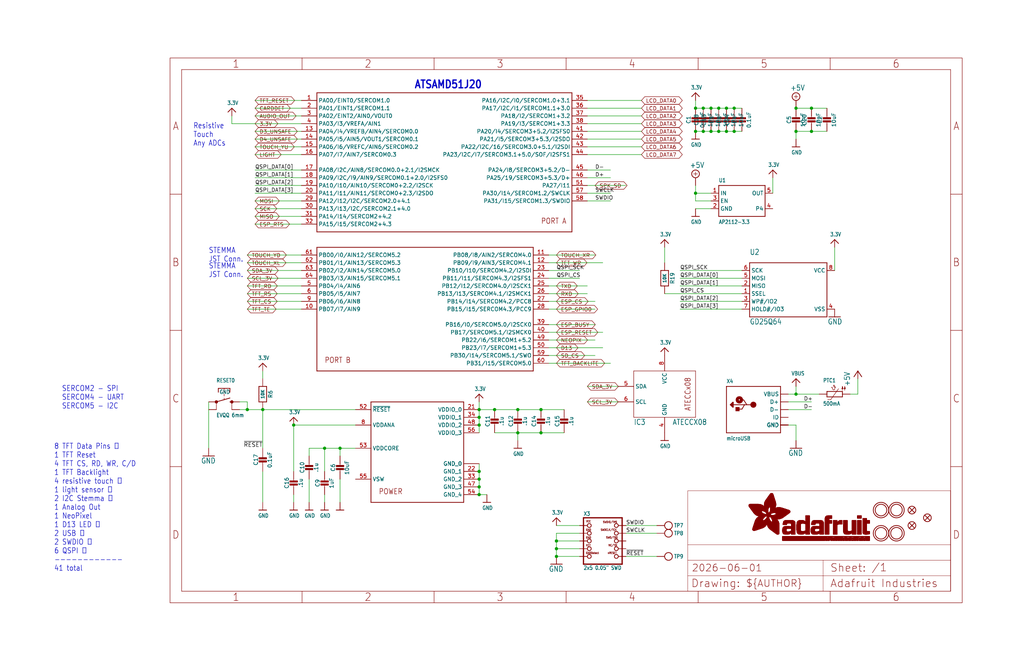
<source format=kicad_sch>
(kicad_sch (version 20230121) (generator eeschema)
  (paper "User" 336.55 217.322)
  (lib_symbols
    (symbol "working-eagle-import:+5V" (power)
      (property "Value" "+5V" (at -1.905 3.175 0))
      (symbol "+5V_1_0"
        (pin power_in line (at 0 -2.54 90) (length 2.54) (name "+5V") (number "1"))
      )
    )
    (symbol "working-eagle-import:3.3V" (power)
      (property "Value" "3.3V" (at -1.524 1.016 0))
      (symbol "3.3V_1_0"
        (pin power_in line (at 0 -2.54 90) (length 2.54) (name "3.3V") (number "1"))
      )
    )
    (symbol "working-eagle-import:ATECCX08"
      (property "Reference" "IC" (at -10.16 -10.16 0))
      (symbol "ATECCX08_1_0"
        (text "ATECCx08" (at 7.62 0 900) (effects (font (size 1.778 1.5113))))
        (pin power_in line (at 0 -12.7 90) (length 5.08) (name "GND") (number "4"))
        (pin bidirectional line (at -15.24 2.54 0) (length 5.08) (name "SDA") (number "5"))
        (pin bidirectional line (at -15.24 -2.54 0) (length 5.08) (name "SCL") (number "6"))
        (pin power_in line (at 0 12.7 270) (length 5.08) (name "VCC") (number "8"))
      )
    )
    (symbol "working-eagle-import:ATSAMD51J"
      (symbol "ATSAMD51J_1_0"
        (text "PORT A" (at 48.26 -22.86 0) (effects (font (size 1.778 1.5113)) (justify left bottom)))
        (pin bidirectional line (at -30.48 17.78 0) (length 5.08) (name "PA00/EINT0/SERCOM1.0") (number "1"))
        (pin bidirectional line (at -30.48 7.62 0) (length 5.08) (name "PA04/I4/VREFB/AIN4/SERCOM0.0") (number "13"))
        (pin bidirectional line (at -30.48 5.08 0) (length 5.08) (name "PA05/I5/AIN5/VOUT1/SERCOM0.1") (number "14"))
        (pin bidirectional line (at -30.48 2.54 0) (length 5.08) (name "PA06/I6/VREFC/AIN6/SERCOM0.2") (number "15"))
        (pin bidirectional line (at -30.48 0 0) (length 5.08) (name "PA07/I7/AIN7/SERCOM0.3") (number "16"))
        (pin bidirectional line (at -30.48 -5.08 0) (length 5.08) (name "PA08/I2C/AIN8/SERCOM0.0+2.1/I2SMCK") (number "17"))
        (pin bidirectional line (at -30.48 -7.62 0) (length 5.08) (name "PA09/I2C/I9/AIN9/SERCOM0.1+2.0/I2SFS0") (number "18"))
        (pin bidirectional line (at -30.48 -10.16 0) (length 5.08) (name "PA10/I10/AIN10/SERCOM0+2.2/I2SCK") (number "19"))
        (pin bidirectional line (at -30.48 15.24 0) (length 5.08) (name "PA01/EINT1/SERCOM1.1") (number "2"))
        (pin bidirectional line (at -30.48 -12.7 0) (length 5.08) (name "PA11/I11/AIN11/SERCOM0+2.3/I2SDO") (number "20"))
        (pin bidirectional line (at -30.48 -15.24 0) (length 5.08) (name "PA12/I12/I2C/SERCOM2.0+4.1") (number "29"))
        (pin bidirectional line (at -30.48 12.7 0) (length 5.08) (name "PA02/EINT2/AIN0/VOUT0") (number "3"))
        (pin bidirectional line (at -30.48 -17.78 0) (length 5.08) (name "PA13/I13/I2C/SERCOM2.1+4.0") (number "30"))
        (pin bidirectional line (at -30.48 -20.32 0) (length 5.08) (name "PA14/I14/SERCOM2+4.2") (number "31"))
        (pin bidirectional line (at -30.48 -22.86 0) (length 5.08) (name "PA15/I15/SERCOM2+4.3") (number "32"))
        (pin bidirectional line (at 63.5 17.78 180) (length 5.08) (name "PA16/I2C/I0/SERCOM1.0+3.1") (number "35"))
        (pin bidirectional line (at 63.5 15.24 180) (length 5.08) (name "PA17/I2C/I1/SERCOM1.1+3.0") (number "36"))
        (pin bidirectional line (at 63.5 12.7 180) (length 5.08) (name "PA18/I2/SERCOM1+3.2") (number "37"))
        (pin bidirectional line (at 63.5 10.16 180) (length 5.08) (name "PA19/I3/SERCOM1+3.3") (number "38"))
        (pin bidirectional line (at -30.48 10.16 0) (length 5.08) (name "PA03/I3/VREFA/AIN1") (number "4"))
        (pin bidirectional line (at 63.5 7.62 180) (length 5.08) (name "PA20/I4/SERCOM3+5.2/I2SFS0") (number "41"))
        (pin bidirectional line (at 63.5 5.08 180) (length 5.08) (name "PA21/I5/SERCOM3+5.3/I2SDO") (number "42"))
        (pin bidirectional line (at 63.5 2.54 180) (length 5.08) (name "PA22/I2C/16/SERCOM3.0+5.1/I2SDI") (number "43"))
        (pin bidirectional line (at 63.5 0 180) (length 5.08) (name "PA23/I2C/I7/SERCOM3.1+5.0/SOF/I2SFS1") (number "44"))
        (pin bidirectional line (at 63.5 -5.08 180) (length 5.08) (name "PA24/I8/SERCOM3+5.2/D-") (number "45"))
        (pin bidirectional line (at 63.5 -7.62 180) (length 5.08) (name "PA25/19/SERCOM3+5.3/D+") (number "46"))
        (pin bidirectional line (at 63.5 -10.16 180) (length 5.08) (name "PA27/I11") (number "51"))
        (pin bidirectional line (at 63.5 -12.7 180) (length 5.08) (name "PA30/I14/SERCOM1.2/SWCLK") (number "57"))
        (pin bidirectional line (at 63.5 -15.24 180) (length 5.08) (name "PA31/I15/SERCOM1.3/SWDIO") (number "58"))
      )
      (symbol "ATSAMD51J_2_0"
        (text "PORT B" (at -35.56 -22.86 0) (effects (font (size 1.778 1.5113)) (justify left bottom)))
        (pin bidirectional line (at -43.18 -5.08 0) (length 5.08) (name "PB07/I7/AIN9") (number "10"))
        (pin bidirectional line (at 38.1 12.7 180) (length 5.08) (name "PB08/I8/AIN2/SERCOM4.0") (number "11"))
        (pin bidirectional line (at 38.1 10.16 180) (length 5.08) (name "PB09/I9/AIN3/SERCOM4.1") (number "12"))
        (pin bidirectional line (at 38.1 7.62 180) (length 5.08) (name "PB10/I10/SERCOM4.2/I2SDI") (number "23"))
        (pin bidirectional line (at 38.1 5.08 180) (length 5.08) (name "PB11/I11/SERCOM4.3/I2SFS1") (number "24"))
        (pin bidirectional line (at 38.1 2.54 180) (length 5.08) (name "PB12/I12/SERCOM4.0/I2SCK1") (number "25"))
        (pin bidirectional line (at 38.1 0 180) (length 5.08) (name "PB13/I13/SERCOM4.1/I2SMCK1") (number "26"))
        (pin bidirectional line (at 38.1 -2.54 180) (length 5.08) (name "PB14/I14/SERCOM4.2/PCC8") (number "27"))
        (pin bidirectional line (at 38.1 -5.08 180) (length 5.08) (name "PB15/I15/SERCOM4.3/PCC9") (number "28"))
        (pin bidirectional line (at 38.1 -10.16 180) (length 5.08) (name "PB16/I0/SERCOM5.0/I2SCK0") (number "39"))
        (pin bidirectional line (at 38.1 -12.7 180) (length 5.08) (name "PB17/SERCOM5.1/I2SMCK0") (number "40"))
        (pin bidirectional line (at 38.1 -15.24 180) (length 5.08) (name "PB22/I6/SERCOM1+5.2") (number "49"))
        (pin bidirectional line (at -43.18 2.54 0) (length 5.08) (name "PB04/I4/AIN6") (number "5"))
        (pin bidirectional line (at 38.1 -17.78 180) (length 5.08) (name "PB23/I7/SERCOM1+5.3") (number "50"))
        (pin bidirectional line (at 38.1 -20.32 180) (length 5.08) (name "PB30/I14/SERCOM5.1/SWO") (number "59"))
        (pin bidirectional line (at -43.18 0 0) (length 5.08) (name "PB05/I5/AIN7") (number "6"))
        (pin bidirectional line (at 38.1 -22.86 180) (length 5.08) (name "PB31/I15/SERCOM5.0") (number "60"))
        (pin bidirectional line (at -43.18 12.7 0) (length 5.08) (name "PB00/I0/AIN12/SERCOM5.2") (number "61"))
        (pin bidirectional line (at -43.18 10.16 0) (length 5.08) (name "PB01/I1/AIN13/SERCOM5.3") (number "62"))
        (pin bidirectional line (at -43.18 7.62 0) (length 5.08) (name "PB02/I2/AIN14/SERCOM5.0") (number "63"))
        (pin bidirectional line (at -43.18 5.08 0) (length 5.08) (name "PB03/I3/AIN15/SERCOM5.1") (number "64"))
        (pin bidirectional line (at -43.18 -2.54 0) (length 5.08) (name "PB06/I6/AIN8") (number "9"))
      )
      (symbol "ATSAMD51J_3_0"
        (text "POWER" (at -12.7 -12.7 0) (effects (font (size 1.778 1.5113)) (justify left bottom)))
        (pin bidirectional line (at 20.32 15.24 180) (length 5.08) (name "VDDIO_0") (number "21"))
        (pin bidirectional line (at 20.32 -5.08 180) (length 5.08) (name "GND_1") (number "22"))
        (pin bidirectional line (at 20.32 -7.62 180) (length 5.08) (name "GND_2") (number "33"))
        (pin bidirectional line (at 20.32 12.7 180) (length 5.08) (name "VDDIO_1") (number "34"))
        (pin bidirectional line (at 20.32 -10.16 180) (length 5.08) (name "GND_3") (number "47"))
        (pin bidirectional line (at 20.32 10.16 180) (length 5.08) (name "VDDIO_2") (number "48"))
        (pin bidirectional line (at -20.32 15.24 0) (length 5.08) (name "~{RESET}") (number "52"))
        (pin bidirectional line (at -20.32 2.54 0) (length 5.08) (name "VDDCORE") (number "53"))
        (pin bidirectional line (at 20.32 -12.7 180) (length 5.08) (name "GND_4") (number "54"))
        (pin bidirectional line (at -20.32 -7.62 0) (length 5.08) (name "VSW") (number "55"))
        (pin bidirectional line (at 20.32 7.62 180) (length 5.08) (name "VDDIO_3") (number "56"))
        (pin bidirectional line (at 20.32 -2.54 180) (length 5.08) (name "GND_0") (number "7"))
        (pin bidirectional line (at -20.32 10.16 0) (length 5.08) (name "VDDANA") (number "8"))
        (pin bidirectional line (at 20.32 -2.54 180) (length 5.08) (name "GND_0") (number "EXP"))
      )
    )
    (symbol "working-eagle-import:CAP_CERAMIC0603_NO"
      (property "Reference" "C" (at -2.29 1.25 90))
      (symbol "CAP_CERAMIC0603_NO_1_0"
        (pin passive line (at 0 5.08 270) (length 2.54) (name "1") (number "1"))
        (pin passive line (at 0 -2.54 90) (length 2.54) (name "2") (number "2"))
      )
    )
    (symbol "working-eagle-import:CAP_CERAMIC0805-NOOUTLINE"
      (property "Reference" "C" (at -2.29 1.25 90))
      (symbol "CAP_CERAMIC0805-NOOUTLINE_1_0"
        (pin passive line (at 0 5.08 270) (length 2.54) (name "1") (number "1"))
        (pin passive line (at 0 -2.54 90) (length 2.54) (name "2") (number "2"))
      )
    )
    (symbol "working-eagle-import:FIDUCIAL_1MM")
    (symbol "working-eagle-import:FRAME_A4_ADAFRUIT"
      (symbol "FRAME_A4_ADAFRUIT_1_0"
        (text "${#}/${##}" (at 230.505 10.16 0) (effects (font (size 2.54 2.54)) (justify left bottom)))
        (text "${AUTHOR}" (at 189.23 5.08 0) (effects (font (size 2.286 2.286)) (justify left bottom)))
        (text "${CURRENT_DATE}" (at 171.45 10.16 0) (effects (font (size 2.286 2.286)) (justify left bottom)))
        (text "${PROJECTNAME}" (at 171.45 15.24 0) (effects (font (size 2.54 2.54)) (justify left bottom)))
        (text "1" (at 21.6958 1.905 0) (effects (font (size 2.54 2.286))))
        (text "1" (at 21.6958 177.165 0) (effects (font (size 2.54 2.286))))
        (text "2" (at 65.0875 1.905 0) (effects (font (size 2.54 2.286))))
        (text "2" (at 65.0875 177.165 0) (effects (font (size 2.54 2.286))))
        (text "3" (at 108.4792 1.905 0) (effects (font (size 2.54 2.286))))
        (text "3" (at 108.4792 177.165 0) (effects (font (size 2.54 2.286))))
        (text "4" (at 151.8708 1.905 0) (effects (font (size 2.54 2.286))))
        (text "4" (at 151.8708 177.165 0) (effects (font (size 2.54 2.286))))
        (text "5" (at 195.2625 1.905 0) (effects (font (size 2.54 2.286))))
        (text "5" (at 195.2625 177.165 0) (effects (font (size 2.54 2.286))))
        (text "6" (at 238.6542 1.905 0) (effects (font (size 2.54 2.286))))
        (text "6" (at 238.6542 177.165 0) (effects (font (size 2.54 2.286))))
        (text "A" (at 1.905 156.6863 0) (effects (font (size 2.54 2.286))))
        (text "A" (at 258.445 156.6863 0) (effects (font (size 2.54 2.286))))
        (text "Adafruit Industries" (at 216.916 4.953 0) (effects (font (size 2.54 2.54)) (justify left bottom)))
        (text "B" (at 1.905 111.9188 0) (effects (font (size 2.54 2.286))))
        (text "B" (at 258.445 111.9188 0) (effects (font (size 2.54 2.286))))
        (text "C" (at 1.905 67.1513 0) (effects (font (size 2.54 2.286))))
        (text "C" (at 258.445 67.1513 0) (effects (font (size 2.54 2.286))))
        (text "D" (at 1.905 22.3838 0) (effects (font (size 2.54 2.286))))
        (text "D" (at 258.445 22.3838 0) (effects (font (size 2.54 2.286))))
        (text "Drawing:" (at 171.196 4.953 0) (effects (font (size 2.54 2.54)) (justify left bottom)))
        (text "Sheet:" (at 216.916 10.033 0) (effects (font (size 2.54 2.54)) (justify left bottom)))
      )
    )
    (symbol "working-eagle-import:GND" (power)
      (property "Value" "GND" (at -1.524 -2.54 0))
      (symbol "GND_1_0"
        (pin power_in line (at 0 2.54 270) (length 2.54) (name "GND") (number "1"))
      )
    )
    (symbol "working-eagle-import:JTAG-CORTEX"
      (property "Reference" "X" (at -6.35 8.255 0))
      (symbol "JTAG-CORTEX_1_0"
        (text "GND" (at -5.588 0.762 0) (effects (font (size 0.635 0.5397)) (justify left bottom)))
        (text "GND" (at -5.588 3.302 0) (effects (font (size 0.635 0.5397)) (justify left bottom)))
        (text "GNDDetect" (at -5.588 -4.318 0) (effects (font (size 0.635 0.5397)) (justify left bottom)))
        (text "KEY" (at -5.588 -1.778 0) (effects (font (size 0.635 0.5397)) (justify left bottom)))
        (text "NC/TDI" (at 1.778 -1.778 0) (effects (font (size 0.635 0.5397)) (justify left bottom)))
        (text "nRESET" (at 1.524 -4.318 0) (effects (font (size 0.635 0.5397)) (justify left bottom)))
        (text "SWDCLK/TCK" (at -0.762 3.302 0) (effects (font (size 0.635 0.5397)) (justify left bottom)))
        (text "SWDIO/TMS" (at 0 5.842 0) (effects (font (size 0.635 0.5397)) (justify left bottom)))
        (text "SWO/TDO" (at 1.016 0.762 0) (effects (font (size 0.635 0.5397)) (justify left bottom)))
        (text "VCC" (at -5.588 6.096 0) (effects (font (size 0.635 0.5397)) (justify left bottom)))
        (pin power_in line (at -7.62 5.08 0) (length 2.54) (name "VCC") (number "1"))
        (pin bidirectional line (at 7.62 -5.08 180) (length 2.54) (name "NRESET") (number "10"))
        (pin bidirectional line (at 7.62 5.08 180) (length 2.54) (name "SWDIO") (number "2"))
        (pin power_in line (at -7.62 2.54 0) (length 2.54) (name "GND@1") (number "3"))
        (pin bidirectional line (at 7.62 2.54 180) (length 2.54) (name "SWDCLK") (number "4"))
        (pin power_in line (at -7.62 0 0) (length 2.54) (name "GND@2") (number "5"))
        (pin bidirectional line (at 7.62 0 180) (length 2.54) (name "SWO") (number "6"))
        (pin bidirectional line (at -7.62 -2.54 0) (length 2.54) (name "KEY") (number "7"))
        (pin bidirectional line (at 7.62 -2.54 180) (length 2.54) (name "TDI") (number "8"))
        (pin bidirectional line (at -7.62 -5.08 0) (length 2.54) (name "GNDDETECT") (number "9"))
      )
    )
    (symbol "working-eagle-import:MOUNTINGHOLE3.0THIN")
    (symbol "working-eagle-import:PTC1206"
      (property "Reference" "PTC" (at -3.81 3.81 0))
      (symbol "PTC1206_1_0"
        (pin passive line (at 5.08 0 180) (length 2.54) (name "1") (number "1"))
        (pin passive line (at -5.08 0 0) (length 2.54) (name "2") (number "2"))
      )
    )
    (symbol "working-eagle-import:RESISTOR_0603_NOOUT"
      (property "Reference" "R" (at 0 2.54 0))
      (symbol "RESISTOR_0603_NOOUT_1_0"
        (pin passive line (at -5.08 0 0) (length 2.54) (name "1") (number "1"))
        (pin passive line (at 5.08 0 180) (length 2.54) (name "2") (number "2"))
      )
    )
    (symbol "working-eagle-import:SPIFLASH_8PIN208MIL"
      (property "Reference" "U" (at -12.7 12.7 0))
      (symbol "SPIFLASH_8PIN208MIL_1_0"
        (pin bidirectional line (at -15.24 0 0) (length 2.54) (name "SSEL") (number "1"))
        (pin bidirectional line (at -15.24 2.54 0) (length 2.54) (name "MISO") (number "2"))
        (pin bidirectional line (at -15.24 -2.54 0) (length 2.54) (name "WP#/IO2") (number "3"))
        (pin bidirectional line (at 15.24 -5.08 180) (length 2.54) (name "VSS") (number "4"))
        (pin bidirectional line (at -15.24 5.08 0) (length 2.54) (name "MOSI") (number "5"))
        (pin bidirectional line (at -15.24 7.62 0) (length 2.54) (name "SCK") (number "6"))
        (pin bidirectional line (at -15.24 -5.08 0) (length 2.54) (name "HOLD#/IO3") (number "7"))
        (pin bidirectional line (at 15.24 7.62 180) (length 2.54) (name "VCC") (number "8"))
      )
    )
    (symbol "working-eagle-import:SWITCH_TACT_SMT_EVQQ2_SMALL"
      (property "Reference" "SW" (at -2.54 6.35 0))
      (symbol "SWITCH_TACT_SMT_EVQQ2_SMALL_1_0"
        (pin passive line (at -5.08 0 0) (length 2.54) (name "P") (number "A"))
        (pin passive line (at -5.08 -2.54 0) (length 2.54) (name "P1") (number "A'"))
        (pin passive line (at 5.08 0 180) (length 2.54) (name "S") (number "B"))
        (pin passive line (at 5.08 -2.54 180) (length 2.54) (name "S1") (number "B'"))
      )
    )
    (symbol "working-eagle-import:TESTPOINTROUND1.5MM"
      (property "Reference" "TP" (at 0 5.588 90))
      (symbol "TESTPOINTROUND1.5MM_1_0"
        (pin bidirectional line (at 0 0 90) (length 2.54) (name "P$1") (number "P$1"))
      )
    )
    (symbol "working-eagle-import:USB_MICRO_NARROW"
      (property "Reference" "X" (at -10.16 8.636 0))
      (symbol "USB_MICRO_NARROW_1_0"
        (pin power_in line (at 10.16 -5.08 180) (length 2.54) (name "GND") (number "BASE@1"))
        (pin power_in line (at 10.16 -5.08 180) (length 2.54) (name "GND") (number "BASE@2"))
        (pin bidirectional line (at 10.16 2.54 180) (length 2.54) (name "D+") (number "D+"))
        (pin bidirectional line (at 10.16 0 180) (length 2.54) (name "D-") (number "D-"))
        (pin power_in line (at 10.16 -5.08 180) (length 2.54) (name "GND") (number "GND"))
        (pin bidirectional line (at 10.16 -2.54 180) (length 2.54) (name "ID") (number "ID"))
        (pin power_in line (at 10.16 -5.08 180) (length 2.54) (name "GND") (number "SPRT@1"))
        (pin power_in line (at 10.16 -5.08 180) (length 2.54) (name "GND") (number "SPRT@2"))
        (pin power_in line (at 10.16 -5.08 180) (length 2.54) (name "GND") (number "SPRT@3"))
        (pin power_in line (at 10.16 -5.08 180) (length 2.54) (name "GND") (number "SPRT@4"))
        (pin power_in line (at 10.16 5.08 180) (length 2.54) (name "VBUS") (number "VBUS"))
      )
    )
    (symbol "working-eagle-import:VBUS" (power)
      (property "Value" "VBUS" (at -1.524 1.016 0))
      (symbol "VBUS_1_0"
        (pin power_in line (at 0 -2.54 90) (length 2.54) (name "VBUS") (number "1"))
      )
    )
    (symbol "working-eagle-import:VREG_SOT23-5"
      (property "Reference" "U" (at -7.62 6.096 0))
      (symbol "VREG_SOT23-5_1_0"
        (pin power_in line (at -10.16 2.54 0) (length 2.54) (name "IN") (number "1"))
        (pin power_in line (at -10.16 -2.54 0) (length 2.54) (name "GND") (number "2"))
        (pin input line (at -10.16 0 0) (length 2.54) (name "EN") (number "3"))
        (pin bidirectional line (at 10.16 -2.54 180) (length 2.54) (name "P4") (number "4"))
        (pin power_in line (at 10.16 2.54 180) (length 2.54) (name "OUT") (number "5"))
      )
    )
    (symbol "working-eagle-import:supply1_+5V" (power)
      (property "Value" "supply1_+5V" (at -2.54 -5.08 90))
      (symbol "supply1_+5V_1_0"
        (pin power_in line (at 0 -2.54 90) (length 2.54) (name "+5V") (number "1"))
      )
    )
    (symbol "working-eagle-import:supply1_GND" (power)
      (property "Value" "supply1_GND" (at -2.54 -2.54 0))
      (symbol "supply1_GND_1_0"
        (pin power_in line (at 0 2.54 270) (length 2.54) (name "GND") (number "1"))
      )
    )
  )
  (junction (at 241.3 43.18))
  (junction (at 157.48 137.16))
  (junction (at 111.76 147.32))
  (junction (at 81.28 134.62))
  (junction (at 86.36 134.62))
  (junction (at 157.48 154.94))
  (junction (at 228.6 43.18))
  (junction (at 261.62 129.54))
  (junction (at 157.48 162.56))
  (junction (at 228.6 63.5))
  (junction (at 261.62 35.56))
  (junction (at 236.22 35.56))
  (junction (at 157.48 139.7))
  (junction (at 162.56 134.62))
  (junction (at 238.76 43.18))
  (junction (at 231.14 43.18))
  (junction (at 157.48 157.48))
  (junction (at 233.68 35.56))
  (junction (at 177.8 134.62))
  (junction (at 177.8 142.24))
  (junction (at 261.62 43.18))
  (junction (at 266.7 35.56))
  (junction (at 182.88 180.34))
  (junction (at 238.76 35.56))
  (junction (at 182.88 177.8))
  (junction (at 170.18 142.24))
  (junction (at 266.7 43.18))
  (junction (at 182.88 182.88))
  (junction (at 157.48 160.02))
  (junction (at 170.18 134.62))
  (junction (at 106.68 147.32))
  (junction (at 96.52 139.7))
  (junction (at 236.22 43.18))
  (junction (at 231.14 35.56))
  (junction (at 233.68 43.18))
  (junction (at 157.48 134.62))
  (junction (at 241.3 35.56))
  (junction (at 228.6 35.56))
  (wire (pts (xy 81.28 132.08) (xy 81.28 134.62)) (stroke (width 0.1524)))
  (wire (pts (xy 83.82 48.26) (xy 99.06 48.26)) (stroke (width 0.1524)))
  (wire (pts (xy 180.34 101.6) (xy 195.58 101.6)) (stroke (width 0.1524)))
  (wire (pts (xy 170.18 134.62) (xy 177.8 134.62)) (stroke (width 0.1524)))
  (wire (pts (xy 223.52 101.6) (xy 243.84 101.6)) (stroke (width 0.1524)))
  (wire (pts (xy 162.56 142.24) (xy 170.18 142.24)) (stroke (width 0.1524)))
  (wire (pts (xy 86.36 134.62) (xy 81.28 134.62)) (stroke (width 0.1524)))
  (wire (pts (xy 259.08 132.08) (xy 266.7 132.08)) (stroke (width 0.1524)))
  (wire (pts (xy 162.56 134.62) (xy 170.18 134.62)) (stroke (width 0.1524)))
  (wire (pts (xy 78.74 134.62) (xy 81.28 134.62)) (stroke (width 0.1524)))
  (wire (pts (xy 99.06 40.64) (xy 76.2 40.64)) (stroke (width 0.1524)))
  (wire (pts (xy 180.34 119.38) (xy 200.66 119.38)) (stroke (width 0.1524)))
  (wire (pts (xy 180.34 93.98) (xy 193.04 93.98)) (stroke (width 0.1524)))
  (wire (pts (xy 111.76 157.48) (xy 111.76 165.1)) (stroke (width 0.1524)))
  (wire (pts (xy 261.62 45.72) (xy 261.62 43.18)) (stroke (width 0.1524)))
  (wire (pts (xy 180.34 88.9) (xy 190.5 88.9)) (stroke (width 0.1524)))
  (wire (pts (xy 99.06 63.5) (xy 83.82 63.5)) (stroke (width 0.1524)))
  (wire (pts (xy 99.06 43.18) (xy 83.82 43.18)) (stroke (width 0.1524)))
  (wire (pts (xy 193.04 55.88) (xy 200.66 55.88)) (stroke (width 0.1524)))
  (wire (pts (xy 231.14 35.56) (xy 228.6 35.56)) (stroke (width 0.1524)))
  (wire (pts (xy 193.04 43.18) (xy 210.82 43.18)) (stroke (width 0.1524)))
  (wire (pts (xy 190.5 177.8) (xy 182.88 177.8)) (stroke (width 0.1524)))
  (wire (pts (xy 99.06 58.42) (xy 83.82 58.42)) (stroke (width 0.1524)))
  (wire (pts (xy 116.84 139.7) (xy 96.52 139.7)) (stroke (width 0.1524)))
  (wire (pts (xy 76.2 40.64) (xy 76.2 38.1)) (stroke (width 0.1524)))
  (wire (pts (xy 99.06 60.96) (xy 83.82 60.96)) (stroke (width 0.1524)))
  (wire (pts (xy 99.06 55.88) (xy 83.82 55.88)) (stroke (width 0.1524)))
  (wire (pts (xy 157.48 160.02) (xy 157.48 162.56)) (stroke (width 0.1524)))
  (wire (pts (xy 241.3 35.56) (xy 243.84 35.56)) (stroke (width 0.1524)))
  (wire (pts (xy 243.84 99.06) (xy 223.52 99.06)) (stroke (width 0.1524)))
  (wire (pts (xy 190.5 180.34) (xy 182.88 180.34)) (stroke (width 0.1524)))
  (wire (pts (xy 228.6 66.04) (xy 228.6 63.5)) (stroke (width 0.1524)))
  (wire (pts (xy 190.5 172.72) (xy 182.88 172.72)) (stroke (width 0.1524)))
  (wire (pts (xy 160.02 162.56) (xy 157.48 162.56)) (stroke (width 0.1524)))
  (wire (pts (xy 86.36 147.32) (xy 86.36 134.62)) (stroke (width 0.1524)))
  (wire (pts (xy 193.04 48.26) (xy 210.82 48.26)) (stroke (width 0.1524)))
  (wire (pts (xy 180.34 106.68) (xy 195.58 106.68)) (stroke (width 0.1524)))
  (wire (pts (xy 86.36 165.1) (xy 86.36 154.94)) (stroke (width 0.1524)))
  (wire (pts (xy 233.68 66.04) (xy 228.6 66.04)) (stroke (width 0.1524)))
  (wire (pts (xy 157.48 152.4) (xy 157.48 154.94)) (stroke (width 0.1524)))
  (wire (pts (xy 259.08 129.54) (xy 261.62 129.54)) (stroke (width 0.1524)))
  (wire (pts (xy 157.48 132.08) (xy 157.48 134.62)) (stroke (width 0.1524)))
  (wire (pts (xy 101.6 157.48) (xy 101.6 165.1)) (stroke (width 0.1524)))
  (wire (pts (xy 180.34 83.82) (xy 195.58 83.82)) (stroke (width 0.1524)))
  (wire (pts (xy 157.48 157.48) (xy 157.48 160.02)) (stroke (width 0.1524)))
  (wire (pts (xy 106.68 154.94) (xy 106.68 147.32)) (stroke (width 0.1524)))
  (wire (pts (xy 180.34 116.84) (xy 195.58 116.84)) (stroke (width 0.1524)))
  (wire (pts (xy 99.06 38.1) (xy 83.82 38.1)) (stroke (width 0.1524)))
  (wire (pts (xy 205.74 172.72) (xy 215.9 172.72)) (stroke (width 0.1524)))
  (wire (pts (xy 193.04 60.96) (xy 205.74 60.96)) (stroke (width 0.1524)))
  (wire (pts (xy 170.18 142.24) (xy 177.8 142.24)) (stroke (width 0.1524)))
  (wire (pts (xy 243.84 96.52) (xy 218.44 96.52)) (stroke (width 0.1524)))
  (wire (pts (xy 99.06 96.52) (xy 81.28 96.52)) (stroke (width 0.1524)))
  (wire (pts (xy 101.6 147.32) (xy 101.6 149.86)) (stroke (width 0.1524)))
  (wire (pts (xy 182.88 180.34) (xy 182.88 182.88)) (stroke (width 0.1524)))
  (wire (pts (xy 231.14 43.18) (xy 233.68 43.18)) (stroke (width 0.1524)))
  (wire (pts (xy 233.68 43.18) (xy 236.22 43.18)) (stroke (width 0.1524)))
  (wire (pts (xy 279.4 129.54) (xy 281.94 129.54)) (stroke (width 0.1524)))
  (wire (pts (xy 281.94 129.54) (xy 281.94 124.46)) (stroke (width 0.1524)))
  (wire (pts (xy 205.74 182.88) (xy 215.9 182.88)) (stroke (width 0.1524)))
  (wire (pts (xy 261.62 43.18) (xy 266.7 43.18)) (stroke (width 0.1524)))
  (wire (pts (xy 83.82 73.66) (xy 99.06 73.66)) (stroke (width 0.1524)))
  (wire (pts (xy 243.84 93.98) (xy 223.52 93.98)) (stroke (width 0.1524)))
  (wire (pts (xy 259.08 139.7) (xy 261.62 139.7)) (stroke (width 0.1524)))
  (wire (pts (xy 106.68 162.56) (xy 106.68 165.1)) (stroke (width 0.1524)))
  (wire (pts (xy 238.76 35.56) (xy 241.3 35.56)) (stroke (width 0.1524)))
  (wire (pts (xy 106.68 147.32) (xy 101.6 147.32)) (stroke (width 0.1524)))
  (wire (pts (xy 157.48 139.7) (xy 157.48 137.16)) (stroke (width 0.1524)))
  (wire (pts (xy 81.28 91.44) (xy 99.06 91.44)) (stroke (width 0.1524)))
  (wire (pts (xy 99.06 93.98) (xy 81.28 93.98)) (stroke (width 0.1524)))
  (wire (pts (xy 68.58 132.08) (xy 68.58 147.32)) (stroke (width 0.1524)))
  (wire (pts (xy 99.06 66.04) (xy 83.82 66.04)) (stroke (width 0.1524)))
  (wire (pts (xy 228.6 63.5) (xy 233.68 63.5)) (stroke (width 0.1524)))
  (wire (pts (xy 228.6 60.96) (xy 228.6 63.5)) (stroke (width 0.1524)))
  (wire (pts (xy 180.34 96.52) (xy 193.04 96.52)) (stroke (width 0.1524)))
  (wire (pts (xy 274.32 81.28) (xy 274.32 88.9)) (stroke (width 0.1524)))
  (wire (pts (xy 111.76 147.32) (xy 106.68 147.32)) (stroke (width 0.1524)))
  (wire (pts (xy 83.82 68.58) (xy 99.06 68.58)) (stroke (width 0.1524)))
  (wire (pts (xy 193.04 66.04) (xy 200.66 66.04)) (stroke (width 0.1524)))
  (wire (pts (xy 193.04 40.64) (xy 210.82 40.64)) (stroke (width 0.1524)))
  (wire (pts (xy 243.84 88.9) (xy 223.52 88.9)) (stroke (width 0.1524)))
  (wire (pts (xy 193.04 132.08) (xy 203.2 132.08)) (stroke (width 0.1524)))
  (wire (pts (xy 236.22 35.56) (xy 238.76 35.56)) (stroke (width 0.1524)))
  (wire (pts (xy 99.06 71.12) (xy 83.82 71.12)) (stroke (width 0.1524)))
  (wire (pts (xy 261.62 139.7) (xy 261.62 144.78)) (stroke (width 0.1524)))
  (wire (pts (xy 96.52 162.56) (xy 96.52 165.1)) (stroke (width 0.1524)))
  (wire (pts (xy 99.06 33.02) (xy 83.82 33.02)) (stroke (width 0.1524)))
  (wire (pts (xy 193.04 35.56) (xy 210.82 35.56)) (stroke (width 0.1524)))
  (wire (pts (xy 116.84 134.62) (xy 86.36 134.62)) (stroke (width 0.1524)))
  (wire (pts (xy 177.8 142.24) (xy 185.42 142.24)) (stroke (width 0.1524)))
  (wire (pts (xy 238.76 43.18) (xy 236.22 43.18)) (stroke (width 0.1524)))
  (wire (pts (xy 261.62 35.56) (xy 266.7 35.56)) (stroke (width 0.1524)))
  (wire (pts (xy 86.36 121.92) (xy 86.36 124.46)) (stroke (width 0.1524)))
  (wire (pts (xy 193.04 38.1) (xy 210.82 38.1)) (stroke (width 0.1524)))
  (wire (pts (xy 116.84 147.32) (xy 111.76 147.32)) (stroke (width 0.1524)))
  (wire (pts (xy 266.7 43.18) (xy 271.78 43.18)) (stroke (width 0.1524)))
  (wire (pts (xy 111.76 147.32) (xy 111.76 149.86)) (stroke (width 0.1524)))
  (wire (pts (xy 157.48 134.62) (xy 162.56 134.62)) (stroke (width 0.1524)))
  (wire (pts (xy 180.34 86.36) (xy 198.12 86.36)) (stroke (width 0.1524)))
  (wire (pts (xy 261.62 129.54) (xy 269.24 129.54)) (stroke (width 0.1524)))
  (wire (pts (xy 218.44 81.28) (xy 218.44 86.36)) (stroke (width 0.1524)))
  (wire (pts (xy 180.34 99.06) (xy 195.58 99.06)) (stroke (width 0.1524)))
  (wire (pts (xy 157.48 154.94) (xy 157.48 157.48)) (stroke (width 0.1524)))
  (wire (pts (xy 266.7 134.62) (xy 259.08 134.62)) (stroke (width 0.1524)))
  (wire (pts (xy 78.74 132.08) (xy 81.28 132.08)) (stroke (width 0.1524)))
  (wire (pts (xy 228.6 43.18) (xy 231.14 43.18)) (stroke (width 0.1524)))
  (wire (pts (xy 83.82 45.72) (xy 99.06 45.72)) (stroke (width 0.1524)))
  (wire (pts (xy 182.88 177.8) (xy 182.88 180.34)) (stroke (width 0.1524)))
  (wire (pts (xy 236.22 35.56) (xy 233.68 35.56)) (stroke (width 0.1524)))
  (wire (pts (xy 243.84 43.18) (xy 241.3 43.18)) (stroke (width 0.1524)))
  (wire (pts (xy 228.6 68.58) (xy 233.68 68.58)) (stroke (width 0.1524)))
  (wire (pts (xy 203.2 127) (xy 193.04 127)) (stroke (width 0.1524)))
  (wire (pts (xy 180.34 114.3) (xy 198.12 114.3)) (stroke (width 0.1524)))
  (wire (pts (xy 99.06 35.56) (xy 83.82 35.56)) (stroke (width 0.1524)))
  (wire (pts (xy 99.06 88.9) (xy 81.28 88.9)) (stroke (width 0.1524)))
  (wire (pts (xy 157.48 137.16) (xy 157.48 134.62)) (stroke (width 0.1524)))
  (wire (pts (xy 254 58.42) (xy 254 63.5)) (stroke (width 0.1524)))
  (wire (pts (xy 180.34 111.76) (xy 195.58 111.76)) (stroke (width 0.1524)))
  (wire (pts (xy 180.34 109.22) (xy 198.12 109.22)) (stroke (width 0.1524)))
  (wire (pts (xy 241.3 43.18) (xy 238.76 43.18)) (stroke (width 0.1524)))
  (wire (pts (xy 215.9 175.26) (xy 205.74 175.26)) (stroke (width 0.1524)))
  (wire (pts (xy 99.06 50.8) (xy 83.82 50.8)) (stroke (width 0.1524)))
  (wire (pts (xy 193.04 58.42) (xy 200.66 58.42)) (stroke (width 0.1524)))
  (wire (pts (xy 170.18 144.78) (xy 170.18 142.24)) (stroke (width 0.1524)))
  (wire (pts (xy 182.88 182.88) (xy 190.5 182.88)) (stroke (width 0.1524)))
  (wire (pts (xy 99.06 99.06) (xy 81.28 99.06)) (stroke (width 0.1524)))
  (wire (pts (xy 99.06 83.82) (xy 81.28 83.82)) (stroke (width 0.1524)))
  (wire (pts (xy 266.7 35.56) (xy 271.78 35.56)) (stroke (width 0.1524)))
  (wire (pts (xy 157.48 142.24) (xy 157.48 139.7)) (stroke (width 0.1524)))
  (wire (pts (xy 193.04 63.5) (xy 200.66 63.5)) (stroke (width 0.1524)))
  (wire (pts (xy 193.04 45.72) (xy 210.82 45.72)) (stroke (width 0.1524)))
  (wire (pts (xy 185.42 134.62) (xy 177.8 134.62)) (stroke (width 0.1524)))
  (wire (pts (xy 99.06 86.36) (xy 81.28 86.36)) (stroke (width 0.1524)))
  (wire (pts (xy 190.5 175.26) (xy 182.88 175.26)) (stroke (width 0.1524)))
  (wire (pts (xy 182.88 175.26) (xy 182.88 177.8)) (stroke (width 0.1524)))
  (wire (pts (xy 228.6 33.02) (xy 228.6 35.56)) (stroke (width 0.1524)))
  (wire (pts (xy 96.52 139.7) (xy 96.52 154.94)) (stroke (width 0.1524)))
  (wire (pts (xy 233.68 35.56) (xy 231.14 35.56)) (stroke (width 0.1524)))
  (wire (pts (xy 193.04 33.02) (xy 210.82 33.02)) (stroke (width 0.1524)))
  (wire (pts (xy 223.52 91.44) (xy 243.84 91.44)) (stroke (width 0.1524)))
  (wire (pts (xy 193.04 50.8) (xy 210.82 50.8)) (stroke (width 0.1524)))
  (wire (pts (xy 180.34 91.44) (xy 190.5 91.44)) (stroke (width 0.1524)))
  (wire (pts (xy 261.62 129.54) (xy 261.62 127)) (stroke (width 0.1524)))
  (wire (pts (xy 99.06 101.6) (xy 81.28 101.6)) (stroke (width 0.1524)))
  (text "Resistive\nTouch\nAny ADCs" (at 63.5 48.26 0) (effects (font (size 1.778 1.5113)) (justify left bottom)))
  (text "ATSAMD51J20" (at 147.32 27.94 0) (effects (font (size 2.54 2.159) (thickness 0.4318) bold)))
  (text "STEMMA\nJST Conn." (at 68.58 86.36 0) (effects (font (size 1.778 1.5113)) (justify left bottom)))
  (text "SERCOM2 - SPI\nSERCOM4 - UART\nSERCOM5 - I2C" (at 20.32 134.62 0) (effects (font (size 1.778 1.5113)) (justify left bottom)))
  (text "8 TFT Data Pins ✓\n1 TFT Reset\n4 TFT CS, RD, WR, C/D\n1 TFT Backlight\n4 resistive touch ✓\n1 light sensor ✓\n2 I2C Stemma ✓\n1 Analog Out\n1 NeoPixel\n1 D13 LED ✓\n2 USB ✓\n2 SWDIO ✓\n6 QSPI ✓\n------------\n41 total" (at 17.78 187.96 0) (effects (font (size 1.778 1.5113)) (justify left bottom)))
  (text "STEMMA\nJST Conn." (at 68.58 91.44 0) (effects (font (size 1.778 1.5113)) (justify left bottom)))
  (label "QSPI_CS" (at 182.88 91.44 0) (effects (font (size 1.2446 1.2446))))
  (label "QSPI_DATA[1]" (at 83.82 58.42 0) (effects (font (size 1.2446 1.2446))))
  (label "SWCLK" (at 195.58 63.5 0) (effects (font (size 1.2446 1.2446))))
  (label "D+" (at 264.16 132.08 0) (effects (font (size 1.2446 1.2446))))
  (label "SWCLK" (at 205.74 175.26 0) (effects (font (size 1.2446 1.2446))))
  (label "D-" (at 195.58 55.88 0) (effects (font (size 1.2446 1.2446))))
  (label "QSPI_SCK" (at 223.52 88.9 0) (effects (font (size 1.2446 1.2446))))
  (label "QSPI_DATA[0]" (at 83.82 55.88 0) (effects (font (size 1.2446 1.2446))))
  (label "QSPI_DATA[3]" (at 223.52 101.6 0) (effects (font (size 1.2446 1.2446))))
  (label "QSPI_DATA[0]" (at 223.52 91.44 0) (effects (font (size 1.2446 1.2446))))
  (label "SWDIO" (at 205.74 172.72 0) (effects (font (size 1.2446 1.2446))))
  (label "QSPI_DATA[2]" (at 223.52 99.06 0) (effects (font (size 1.2446 1.2446))))
  (label "SWDIO" (at 195.58 66.04 0) (effects (font (size 1.2446 1.2446))))
  (label "QSPI_DATA[1]" (at 223.52 93.98 0) (effects (font (size 1.2446 1.2446))))
  (label "QSPI_DATA[3]" (at 83.82 63.5 0) (effects (font (size 1.2446 1.2446))))
  (label "D+" (at 195.58 58.42 0) (effects (font (size 1.2446 1.2446))))
  (label "QSPI_CS" (at 223.52 96.52 0) (effects (font (size 1.2446 1.2446))))
  (label "D-" (at 264.16 134.62 0) (effects (font (size 1.2446 1.2446))))
  (label "~{RESET}" (at 205.74 182.88 0) (effects (font (size 1.2446 1.2446))))
  (label "~{RESET}" (at 86.36 147.32 180) (effects (font (size 1.3513 1.3513))))
  (label "QSPI_DATA[2]" (at 83.82 60.96 0) (effects (font (size 1.2446 1.2446))))
  (label "QSPI_SCK" (at 182.88 88.9 0) (effects (font (size 1.2446 1.2446))))
  (global_label "SD_CS" (shape bidirectional) (at 182.88 116.84 0) (effects (font (size 1.2446 1.2446))) (property "Intersheetrefs" "${INTERSHEET_REFS}" (effects hide)))
  (global_label "TOUCH_YU" (shape bidirectional) (at 83.82 48.26 0) (effects (font (size 1.2446 1.2446))) (property "Intersheetrefs" "${INTERSHEET_REFS}" (effects hide)))
  (global_label "TFT_CS" (shape bidirectional) (at 81.28 99.06 0) (effects (font (size 1.2446 1.2446))) (property "Intersheetrefs" "${INTERSHEET_REFS}" (effects hide)))
  (global_label "SCL_3V" (shape bidirectional) (at 193.04 132.08 0) (effects (font (size 1.2446 1.2446))) (property "Intersheetrefs" "${INTERSHEET_REFS}" (effects hide)))
  (global_label "ESP_GPIO0" (shape bidirectional) (at 182.88 101.6 0) (effects (font (size 1.2446 1.2446))) (property "Intersheetrefs" "${INTERSHEET_REFS}" (effects hide)))
  (global_label "LCD_DATA3" (shape bidirectional) (at 210.82 40.64 0) (effects (font (size 1.2446 1.2446))) (property "Intersheetrefs" "${INTERSHEET_REFS}" (effects hide)))
  (global_label "LCD_DATA5" (shape bidirectional) (at 210.82 45.72 0) (effects (font (size 1.2446 1.2446))) (property "Intersheetrefs" "${INTERSHEET_REFS}" (effects hide)))
  (global_label "TFT_TE" (shape bidirectional) (at 81.28 101.6 0) (effects (font (size 1.2446 1.2446))) (property "Intersheetrefs" "${INTERSHEET_REFS}" (effects hide)))
  (global_label "TOUCH_XR" (shape bidirectional) (at 182.88 83.82 0) (effects (font (size 1.2446 1.2446))) (property "Intersheetrefs" "${INTERSHEET_REFS}" (effects hide)))
  (global_label "SCL_3V" (shape bidirectional) (at 81.28 91.44 0) (effects (font (size 1.2446 1.2446))) (property "Intersheetrefs" "${INTERSHEET_REFS}" (effects hide)))
  (global_label "SCK" (shape bidirectional) (at 83.82 68.58 0) (effects (font (size 1.2446 1.2446))) (property "Intersheetrefs" "${INTERSHEET_REFS}" (effects hide)))
  (global_label "SDA_3V" (shape bidirectional) (at 81.28 88.9 0) (effects (font (size 1.2446 1.2446))) (property "Intersheetrefs" "${INTERSHEET_REFS}" (effects hide)))
  (global_label "MOSI" (shape bidirectional) (at 83.82 66.04 0) (effects (font (size 1.2446 1.2446))) (property "Intersheetrefs" "${INTERSHEET_REFS}" (effects hide)))
  (global_label "D13" (shape bidirectional) (at 182.88 114.3 0) (effects (font (size 1.2446 1.2446))) (property "Intersheetrefs" "${INTERSHEET_REFS}" (effects hide)))
  (global_label "RXD" (shape bidirectional) (at 182.88 96.52 0) (effects (font (size 1.2446 1.2446))) (property "Intersheetrefs" "${INTERSHEET_REFS}" (effects hide)))
  (global_label "TFT_RESET" (shape bidirectional) (at 83.82 33.02 0) (effects (font (size 1.2446 1.2446))) (property "Intersheetrefs" "${INTERSHEET_REFS}" (effects hide)))
  (global_label "3.3V" (shape bidirectional) (at 83.82 40.64 0) (effects (font (size 1.2446 1.2446))) (property "Intersheetrefs" "${INTERSHEET_REFS}" (effects hide)))
  (global_label "AUDIO_OUT" (shape bidirectional) (at 83.82 38.1 0) (effects (font (size 1.2446 1.2446))) (property "Intersheetrefs" "${INTERSHEET_REFS}" (effects hide)))
  (global_label "TFT_BACKLITE" (shape bidirectional) (at 182.88 119.38 0) (effects (font (size 1.2446 1.2446))) (property "Intersheetrefs" "${INTERSHEET_REFS}" (effects hide)))
  (global_label "TOUCH_XL" (shape bidirectional) (at 81.28 86.36 0) (effects (font (size 1.2446 1.2446))) (property "Intersheetrefs" "${INTERSHEET_REFS}" (effects hide)))
  (global_label "LCD_DATA6" (shape bidirectional) (at 210.82 48.26 0) (effects (font (size 1.2446 1.2446))) (property "Intersheetrefs" "${INTERSHEET_REFS}" (effects hide)))
  (global_label "CARDDET" (shape bidirectional) (at 83.82 35.56 0) (effects (font (size 1.2446 1.2446))) (property "Intersheetrefs" "${INTERSHEET_REFS}" (effects hide)))
  (global_label "SPK_SD" (shape bidirectional) (at 195.58 60.96 0) (effects (font (size 1.2446 1.2446))) (property "Intersheetrefs" "${INTERSHEET_REFS}" (effects hide)))
  (global_label "TFT_WR" (shape bidirectional) (at 182.88 86.36 0) (effects (font (size 1.2446 1.2446))) (property "Intersheetrefs" "${INTERSHEET_REFS}" (effects hide)))
  (global_label "D4_UNSAFE" (shape bidirectional) (at 83.82 45.72 0) (effects (font (size 1.2446 1.2446))) (property "Intersheetrefs" "${INTERSHEET_REFS}" (effects hide)))
  (global_label "LIGHT" (shape bidirectional) (at 83.82 50.8 0) (effects (font (size 1.2446 1.2446))) (property "Intersheetrefs" "${INTERSHEET_REFS}" (effects hide)))
  (global_label "ESP_BUSY" (shape bidirectional) (at 182.88 106.68 0) (effects (font (size 1.2446 1.2446))) (property "Intersheetrefs" "${INTERSHEET_REFS}" (effects hide)))
  (global_label "SDA_3V" (shape bidirectional) (at 193.04 127 0) (effects (font (size 1.2446 1.2446))) (property "Intersheetrefs" "${INTERSHEET_REFS}" (effects hide)))
  (global_label "ESP_RTS" (shape bidirectional) (at 83.82 73.66 0) (effects (font (size 1.2446 1.2446))) (property "Intersheetrefs" "${INTERSHEET_REFS}" (effects hide)))
  (global_label "LCD_DATA7" (shape bidirectional) (at 210.82 50.8 0) (effects (font (size 1.2446 1.2446))) (property "Intersheetrefs" "${INTERSHEET_REFS}" (effects hide)))
  (global_label "LCD_DATA1" (shape bidirectional) (at 210.82 35.56 0) (effects (font (size 1.2446 1.2446))) (property "Intersheetrefs" "${INTERSHEET_REFS}" (effects hide)))
  (global_label "LCD_DATA0" (shape bidirectional) (at 210.82 33.02 0) (effects (font (size 1.2446 1.2446))) (property "Intersheetrefs" "${INTERSHEET_REFS}" (effects hide)))
  (global_label "MISO" (shape bidirectional) (at 83.82 71.12 0) (effects (font (size 1.2446 1.2446))) (property "Intersheetrefs" "${INTERSHEET_REFS}" (effects hide)))
  (global_label "TOUCH_YD" (shape bidirectional) (at 81.28 83.82 0) (effects (font (size 1.2446 1.2446))) (property "Intersheetrefs" "${INTERSHEET_REFS}" (effects hide)))
  (global_label "TFT_RD" (shape bidirectional) (at 81.28 93.98 0) (effects (font (size 1.2446 1.2446))) (property "Intersheetrefs" "${INTERSHEET_REFS}" (effects hide)))
  (global_label "LCD_DATA2" (shape bidirectional) (at 210.82 38.1 0) (effects (font (size 1.2446 1.2446))) (property "Intersheetrefs" "${INTERSHEET_REFS}" (effects hide)))
  (global_label "TFT_RS" (shape bidirectional) (at 81.28 96.52 0) (effects (font (size 1.2446 1.2446))) (property "Intersheetrefs" "${INTERSHEET_REFS}" (effects hide)))
  (global_label "TXD" (shape bidirectional) (at 182.88 93.98 0) (effects (font (size 1.2446 1.2446))) (property "Intersheetrefs" "${INTERSHEET_REFS}" (effects hide)))
  (global_label "ESP_RESET" (shape bidirectional) (at 182.88 109.22 0) (effects (font (size 1.2446 1.2446))) (property "Intersheetrefs" "${INTERSHEET_REFS}" (effects hide)))
  (global_label "NEOPIX" (shape bidirectional) (at 182.88 111.76 0) (effects (font (size 1.2446 1.2446))) (property "Intersheetrefs" "${INTERSHEET_REFS}" (effects hide)))
  (global_label "ESP_CS" (shape bidirectional) (at 182.88 99.06 0) (effects (font (size 1.2446 1.2446))) (property "Intersheetrefs" "${INTERSHEET_REFS}" (effects hide)))
  (global_label "D3_UNSAFE" (shape bidirectional) (at 83.82 43.18 0) (effects (font (size 1.2446 1.2446))) (property "Intersheetrefs" "${INTERSHEET_REFS}" (effects hide)))
  (global_label "LCD_DATA4" (shape bidirectional) (at 210.82 43.18 0) (effects (font (size 1.2446 1.2446))) (property "Intersheetrefs" "${INTERSHEET_REFS}" (effects hide)))
  (symbol (lib_id "working-eagle-import:CAP_CERAMIC0603_NO") (at 162.56 137.16 0) (mirror x) (unit 1)
    (property "Reference" "C11" (at 160.27 138.41 90))
    (property "Value" ".1u" (at 164.86 138.41 90))
    (property "Footprint" "working:0603-NO" (effects hide))
  )
  (symbol (lib_id "working-eagle-import:MOUNTINGHOLE3.0THIN") (at 289.56 167.64 0) (unit 1)
    (property "Reference" "U$15" (effects hide))
    (property "Value" "MOUNTINGHOLE3.0THIN" (effects hide))
    (property "Footprint" "working:MOUNTINGHOLE_3.0_PLATEDTHIN" (effects hide))
  )
  (symbol (lib_id "working-eagle-import:GND") (at 218.44 144.78 0) (unit 1)
    (property "Reference" "#U$56" (effects hide))
    (property "Value" "GND" (at 216.916 147.32 0) (effects (font (size 1.27 1.0795)) (justify left bottom)))
  )
  (symbol (lib_id "working-eagle-import:SWITCH_TACT_SMT_EVQQ2_SMALL") (at 73.66 132.08 0) (unit 1)
    (property "Reference" "RESET0" (at 71.12 125.73 0) (effects (font (size 1.27 1.0795)) (justify left bottom)))
    (property "Value" "EVQQ 6mm" (at 71.12 137.16 0) (effects (font (size 1.27 1.0795)) (justify left bottom)))
    (property "Footprint" "working:EVQ-Q2_SMALLER" (effects hide))
  )
  (symbol (lib_id "working-eagle-import:supply1_GND") (at 68.58 149.86 0) (unit 1)
    (property "Reference" "#GND12" (effects hide))
    (property "Value" "GND" (at 66.04 152.4 0) (effects (font (size 1.778 1.5113)) (justify left bottom)))
  )
  (symbol (lib_id "working-eagle-import:GND") (at 96.52 167.64 0) (unit 1)
    (property "Reference" "#U$26" (effects hide))
    (property "Value" "GND" (at 94.996 170.18 0) (effects (font (size 1.27 1.0795)) (justify left bottom)))
  )
  (symbol (lib_id "working-eagle-import:FIDUCIAL_1MM") (at 299.72 172.72 0) (unit 1)
    (property "Reference" "U$11" (effects hide))
    (property "Value" "FIDUCIAL_1MM" (effects hide))
    (property "Footprint" "working:FIDUCIAL_1MM" (effects hide))
  )
  (symbol (lib_id "working-eagle-import:ATSAMD51J") (at 129.54 50.8 0) (unit 1)
    (property "Reference" "U$2" (effects hide))
    (property "Value" "ATSAMD51J" (effects hide))
    (property "Footprint" "working:PQFN64-1" (effects hide))
  )
  (symbol (lib_id "working-eagle-import:CAP_CERAMIC0603_NO") (at 96.52 157.48 0) (mirror x) (unit 1)
    (property "Reference" "C16" (at 94.23 158.73 90))
    (property "Value" ".1u" (at 98.82 158.73 90))
    (property "Footprint" "working:0603-NO" (effects hide))
  )
  (symbol (lib_id "working-eagle-import:CAP_CERAMIC0805-NOOUTLINE") (at 266.7 40.64 0) (unit 1)
    (property "Reference" "C20" (at 264.41 39.39 90))
    (property "Value" "10uF" (at 269 39.39 90))
    (property "Footprint" "working:0805-NO" (effects hide))
  )
  (symbol (lib_id "working-eagle-import:ATSAMD51J") (at 137.16 149.86 0) (unit 3)
    (property "Reference" "U$2" (effects hide))
    (property "Value" "ATSAMD51J" (effects hide))
    (property "Footprint" "working:PQFN64-1" (effects hide))
  )
  (symbol (lib_id "working-eagle-import:CAP_CERAMIC0805-NOOUTLINE") (at 111.76 154.94 0) (unit 1)
    (property "Reference" "C6" (at 109.47 153.69 90))
    (property "Value" "10uF" (at 114.06 153.69 90))
    (property "Footprint" "working:0805-NO" (effects hide))
  )
  (symbol (lib_id "working-eagle-import:+5V") (at 228.6 58.42 0) (unit 1)
    (property "Reference" "#SUPPLY2" (effects hide))
    (property "Value" "+5V" (at 226.695 55.245 0) (effects (font (size 1.778 1.5113)) (justify left bottom)))
  )
  (symbol (lib_id "working-eagle-import:3.3V") (at 254 55.88 0) (unit 1)
    (property "Reference" "#U$31" (effects hide))
    (property "Value" "3.3V" (at 252.476 54.864 0) (effects (font (size 1.27 1.0795)) (justify left bottom)))
  )
  (symbol (lib_id "working-eagle-import:CAP_CERAMIC0805-NOOUTLINE") (at 231.14 40.64 0) (unit 1)
    (property "Reference" "C18" (at 228.85 39.39 90))
    (property "Value" "10uF" (at 233.44 39.39 90))
    (property "Footprint" "working:0805-NO" (effects hide))
  )
  (symbol (lib_id "working-eagle-import:3.3V") (at 218.44 78.74 0) (unit 1)
    (property "Reference" "#U$40" (effects hide))
    (property "Value" "3.3V" (at 216.916 77.724 0) (effects (font (size 1.27 1.0795)) (justify left bottom)))
  )
  (symbol (lib_id "working-eagle-import:MOUNTINGHOLE3.0THIN") (at 289.56 175.26 0) (unit 1)
    (property "Reference" "U$17" (effects hide))
    (property "Value" "MOUNTINGHOLE3.0THIN" (effects hide))
    (property "Footprint" "working:MOUNTINGHOLE_3.0_PLATEDTHIN" (effects hide))
  )
  (symbol (lib_id "working-eagle-import:JTAG-CORTEX") (at 198.12 177.8 0) (unit 1)
    (property "Reference" "X3" (at 191.77 169.545 0) (effects (font (size 1.27 1.0795)) (justify left bottom)))
    (property "Value" "2x5 0.05\" SWD" (at 191.77 187.325 0) (effects (font (size 1.27 1.0795)) (justify left bottom)))
    (property "Footprint" "working:2X05_1.27MM_SMT" (effects hide))
  )
  (symbol (lib_id "working-eagle-import:CAP_CERAMIC0603_NO") (at 86.36 149.86 0) (mirror x) (unit 1)
    (property "Reference" "C17" (at 84.07 151.11 90))
    (property "Value" "0.1uF" (at 88.66 151.11 90))
    (property "Footprint" "working:0603-NO" (effects hide))
  )
  (symbol (lib_id "working-eagle-import:3.3V") (at 218.44 114.3 0) (unit 1)
    (property "Reference" "#U$47" (effects hide))
    (property "Value" "3.3V" (at 216.916 113.284 0) (effects (font (size 1.27 1.0795)) (justify left bottom)))
  )
  (symbol (lib_id "working-eagle-import:3.3V") (at 182.88 170.18 0) (unit 1)
    (property "Reference" "#U$36" (effects hide))
    (property "Value" "3.3V" (at 181.356 169.164 0) (effects (font (size 1.27 1.0795)) (justify left bottom)))
  )
  (symbol (lib_id "working-eagle-import:supply1_GND") (at 182.88 185.42 0) (unit 1)
    (property "Reference" "#GND22" (effects hide))
    (property "Value" "GND" (at 180.34 187.96 0) (effects (font (size 1.778 1.5113)) (justify left bottom)))
  )
  (symbol (lib_id "working-eagle-import:USB_MICRO_NARROW") (at 248.92 134.62 0) (unit 1)
    (property "Reference" "X4" (at 238.76 125.984 0) (effects (font (size 1.27 1.0795)) (justify left bottom)))
    (property "Value" "microUSB" (at 238.76 144.78 0) (effects (font (size 1.27 1.0795)) (justify left bottom)))
    (property "Footprint" "working:4UCONN_20329_NARROW" (effects hide))
  )
  (symbol (lib_id "working-eagle-import:MOUNTINGHOLE3.0THIN") (at 294.64 167.64 0) (unit 1)
    (property "Reference" "U$7" (effects hide))
    (property "Value" "MOUNTINGHOLE3.0THIN" (effects hide))
    (property "Footprint" "working:MOUNTINGHOLE_3.0_PLATEDTHIN" (effects hide))
  )
  (symbol (lib_id "working-eagle-import:CAP_CERAMIC0603_NO") (at 170.18 137.16 0) (mirror x) (unit 1)
    (property "Reference" "C12" (at 167.89 138.41 90))
    (property "Value" ".1u" (at 172.48 138.41 90))
    (property "Footprint" "working:0603-NO" (effects hide))
  )
  (symbol (lib_id "working-eagle-import:supply1_+5V") (at 281.94 121.92 0) (unit 1)
    (property "Reference" "#P+1" (effects hide))
    (property "Value" "+5V" (at 279.4 127 90) (effects (font (size 1.778 1.5113)) (justify left bottom)))
  )
  (symbol (lib_id "working-eagle-import:CAP_CERAMIC0805-NOOUTLINE") (at 261.62 40.64 0) (unit 1)
    (property "Reference" "C5" (at 259.33 39.39 90))
    (property "Value" "10uF" (at 263.92 39.39 90))
    (property "Footprint" "working:0805-NO" (effects hide))
  )
  (symbol (lib_id "working-eagle-import:GND") (at 160.02 165.1 0) (unit 1)
    (property "Reference" "#U$5" (effects hide))
    (property "Value" "GND" (at 158.496 167.64 0) (effects (font (size 1.27 1.0795)) (justify left bottom)))
  )
  (symbol (lib_id "working-eagle-import:GND") (at 111.76 167.64 0) (unit 1)
    (property "Reference" "#U$3" (effects hide))
    (property "Value" "GND" (at 72.136 129.54 0) (effects (font (size 1.27 1.0795)) (justify left bottom)))
  )
  (symbol (lib_id "working-eagle-import:CAP_CERAMIC0805-NOOUTLINE") (at 271.78 40.64 0) (unit 1)
    (property "Reference" "C2" (at 269.49 39.39 90))
    (property "Value" "10uF" (at 274.08 39.39 90))
    (property "Footprint" "working:0805-NO" (effects hide))
  )
  (symbol (lib_id "working-eagle-import:3.3V") (at 86.36 119.38 0) (unit 1)
    (property "Reference" "#U$21" (effects hide))
    (property "Value" "3.3V" (at 84.836 118.364 0) (effects (font (size 1.27 1.0795)) (justify left bottom)))
  )
  (symbol (lib_id "working-eagle-import:CAP_CERAMIC0805-NOOUTLINE") (at 241.3 40.64 0) (unit 1)
    (property "Reference" "C24" (at 239.01 39.39 90))
    (property "Value" "10uF" (at 243.6 39.39 90))
    (property "Footprint" "working:0805-NO" (effects hide))
  )
  (symbol (lib_id "working-eagle-import:VBUS") (at 261.62 124.46 0) (unit 1)
    (property "Reference" "#U$39" (effects hide))
    (property "Value" "VBUS" (at 260.096 123.444 0) (effects (font (size 1.27 1.0795)) (justify left bottom)))
  )
  (symbol (lib_id "working-eagle-import:TESTPOINTROUND1.5MM") (at 215.9 175.26 270) (unit 1)
    (property "Reference" "TP8" (at 221.488 175.26 90) (effects (font (size 1.27 1.0795)) (justify left)))
    (property "Value" "TESTPOINTROUND1.5MM" (effects hide))
    (property "Footprint" "working:TESTPOINT_ROUND_1.5MM" (effects hide))
  )
  (symbol (lib_id "working-eagle-import:CAP_CERAMIC0603_NO") (at 101.6 152.4 0) (mirror x) (unit 1)
    (property "Reference" "C10" (at 99.31 153.65 90))
    (property "Value" ".1u" (at 103.9 153.65 90))
    (property "Footprint" "working:0603-NO" (effects hide))
  )
  (symbol (lib_id "working-eagle-import:TESTPOINTROUND1.5MM") (at 215.9 172.72 270) (unit 1)
    (property "Reference" "TP7" (at 221.488 172.72 90) (effects (font (size 1.27 1.0795)) (justify left)))
    (property "Value" "TESTPOINTROUND1.5MM" (effects hide))
    (property "Footprint" "working:TESTPOINT_ROUND_1.5MM" (effects hide))
  )
  (symbol (lib_id "working-eagle-import:CAP_CERAMIC0805-NOOUTLINE") (at 236.22 40.64 0) (unit 1)
    (property "Reference" "C3" (at 233.93 39.39 90))
    (property "Value" "10uF" (at 238.52 39.39 90))
    (property "Footprint" "working:0805-NO" (effects hide))
  )
  (symbol (lib_id "working-eagle-import:supply1_GND") (at 274.32 104.14 0) (mirror y) (unit 1)
    (property "Reference" "#GND25" (effects hide))
    (property "Value" "GND" (at 276.86 106.68 0) (effects (font (size 1.778 1.5113)) (justify left bottom)))
  )
  (symbol (lib_id "working-eagle-import:ATSAMD51J") (at 142.24 96.52 0) (unit 2)
    (property "Reference" "U$2" (effects hide))
    (property "Value" "ATSAMD51J" (effects hide))
    (property "Footprint" "working:PQFN64-1" (effects hide))
  )
  (symbol (lib_id "working-eagle-import:TESTPOINTROUND1.5MM") (at 215.9 182.88 270) (unit 1)
    (property "Reference" "TP9" (at 221.488 182.88 90) (effects (font (size 1.27 1.0795)) (justify left)))
    (property "Value" "TESTPOINTROUND1.5MM" (effects hide))
    (property "Footprint" "working:TESTPOINT_ROUND_1.5MM" (effects hide))
  )
  (symbol (lib_id "working-eagle-import:GND") (at 101.6 167.64 0) (unit 1)
    (property "Reference" "#U$10" (effects hide))
    (property "Value" "GND" (at 100.076 170.18 0) (effects (font (size 1.27 1.0795)) (justify left bottom)))
  )
  (symbol (lib_id "working-eagle-import:RESISTOR_0603_NOOUT") (at 86.36 129.54 270) (unit 1)
    (property "Reference" "R6" (at 88.9 129.54 0))
    (property "Value" "10K" (at 86.36 129.54 0) (effects (font (size 1.016 1.016) bold)))
    (property "Footprint" "working:0603-NO" (effects hide))
  )
  (symbol (lib_id "working-eagle-import:supply1_GND") (at 261.62 147.32 0) (unit 1)
    (property "Reference" "#GND1" (effects hide))
    (property "Value" "GND" (at 259.08 149.86 0) (effects (font (size 1.778 1.5113)) (justify left bottom)))
  )
  (symbol (lib_id "working-eagle-import:RESISTOR_0603_NOOUT") (at 218.44 91.44 270) (unit 1)
    (property "Reference" "R19" (at 220.98 91.44 0))
    (property "Value" "10K" (at 218.44 91.44 0) (effects (font (size 1.016 1.016) bold)))
    (property "Footprint" "working:0603-NO" (effects hide))
  )
  (symbol (lib_id "working-eagle-import:GND") (at 228.6 45.72 0) (unit 1)
    (property "Reference" "#U$4" (effects hide))
    (property "Value" "GND" (at 227.076 48.26 0) (effects (font (size 1.27 1.0795)) (justify left bottom)))
  )
  (symbol (lib_id "working-eagle-import:CAP_CERAMIC0603_NO") (at 228.6 40.64 0) (unit 1)
    (property "Reference" "C1" (at 226.31 39.39 90))
    (property "Value" "0.1uF" (at 230.9 39.39 90))
    (property "Footprint" "working:0603-NO" (effects hide))
  )
  (symbol (lib_id "working-eagle-import:CAP_CERAMIC0603_NO") (at 185.42 137.16 0) (mirror x) (unit 1)
    (property "Reference" "C15" (at 183.13 138.41 90))
    (property "Value" ".1u" (at 187.72 138.41 90))
    (property "Footprint" "working:0603-NO" (effects hide))
  )
  (symbol (lib_id "working-eagle-import:SPIFLASH_8PIN208MIL") (at 259.08 96.52 0) (unit 1)
    (property "Reference" "U2" (at 246.38 83.82 0) (effects (font (size 1.778 1.5113)) (justify left bottom)))
    (property "Value" "GD25Q64" (at 246.38 106.68 0) (effects (font (size 1.778 1.5113)) (justify left bottom)))
    (property "Footprint" "working:SOIC8_208MIL" (effects hide))
  )
  (symbol (lib_id "working-eagle-import:3.3V") (at 274.32 78.74 0) (unit 1)
    (property "Reference" "#U$41" (effects hide))
    (property "Value" "3.3V" (at 272.796 77.724 0) (effects (font (size 1.27 1.0795)) (justify left bottom)))
  )
  (symbol (lib_id "working-eagle-import:GND") (at 86.36 167.64 0) (unit 1)
    (property "Reference" "#U$27" (effects hide))
    (property "Value" "GND" (at 84.836 170.18 0) (effects (font (size 1.27 1.0795)) (justify left bottom)))
  )
  (symbol (lib_id "working-eagle-import:PTC1206") (at 274.32 129.54 0) (unit 1)
    (property "Reference" "PTC1" (at 270.51 125.73 0) (effects (font (size 1.27 1.0795)) (justify left bottom)))
    (property "Value" "500mA" (at 270.51 133.35 0) (effects (font (size 1.27 1.0795)) (justify left bottom)))
    (property "Footprint" "working:1206" (effects hide))
  )
  (symbol (lib_id "working-eagle-import:FRAME_A4_ADAFRUIT") (at 55.88 198.12 0) (unit 1)
    (property "Reference" "#U$25" (effects hide))
    (property "Value" "FRAME_A4_ADAFRUIT" (effects hide))
  )
  (symbol (lib_id "working-eagle-import:FIDUCIAL_1MM") (at 304.8 170.18 0) (unit 1)
    (property "Reference" "U$9" (effects hide))
    (property "Value" "FIDUCIAL_1MM" (effects hide))
    (property "Footprint" "working:FIDUCIAL_1MM" (effects hide))
  )
  (symbol (lib_id "working-eagle-import:FIDUCIAL_1MM") (at 299.72 167.64 0) (unit 1)
    (property "Reference" "U$23" (effects hide))
    (property "Value" "FIDUCIAL_1MM" (effects hide))
    (property "Footprint" "working:FIDUCIAL_1MM" (effects hide))
  )
  (symbol (lib_id "working-eagle-import:CAP_CERAMIC0805-NOOUTLINE") (at 233.68 40.64 0) (unit 1)
    (property "Reference" "C13" (at 231.39 39.39 90))
    (property "Value" "10uF" (at 235.98 39.39 90))
    (property "Footprint" "working:0805-NO" (effects hide))
  )
  (symbol (lib_id "working-eagle-import:VREG_SOT23-5") (at 243.84 66.04 0) (unit 1)
    (property "Reference" "U1" (at 236.22 59.944 0) (effects (font (size 1.27 1.0795)) (justify left bottom)))
    (property "Value" "AP2112-3.3" (at 236.22 73.66 0) (effects (font (size 1.27 1.0795)) (justify left bottom)))
    (property "Footprint" "working:SOT23-5" (effects hide))
  )
  (symbol (lib_id "working-eagle-import:3.3V") (at 76.2 35.56 0) (unit 1)
    (property "Reference" "#U$38" (effects hide))
    (property "Value" "3.3V" (at 74.676 34.544 0) (effects (font (size 1.27 1.0795)) (justify left bottom)))
  )
  (symbol (lib_id "working-eagle-import:CAP_CERAMIC0805-NOOUTLINE") (at 243.84 40.64 0) (unit 1)
    (property "Reference" "C4" (at 241.55 39.39 90))
    (property "Value" "0.1uF" (at 246.14 39.39 90))
    (property "Footprint" "working:0805-NO" (effects hide))
  )
  (symbol (lib_id "working-eagle-import:GND") (at 228.6 71.12 0) (unit 1)
    (property "Reference" "#U$1" (effects hide))
    (property "Value" "GND" (at 227.076 73.66 0) (effects (font (size 1.27 1.0795)) (justify left bottom)))
  )
  (symbol (lib_id "working-eagle-import:CAP_CERAMIC0603_NO") (at 177.8 137.16 0) (mirror x) (unit 1)
    (property "Reference" "C14" (at 175.51 138.41 90))
    (property "Value" ".1u" (at 180.1 138.41 90))
    (property "Footprint" "working:0603-NO" (effects hide))
  )
  (symbol (lib_id "working-eagle-import:GND") (at 106.68 167.64 0) (unit 1)
    (property "Reference" "#U$8" (effects hide))
    (property "Value" "GND" (at 105.156 170.18 0) (effects (font (size 1.27 1.0795)) (justify left bottom)))
  )
  (symbol (lib_id "working-eagle-import:3.3V") (at 228.6 30.48 0) (unit 1)
    (property "Reference" "#U$32" (effects hide))
    (property "Value" "3.3V" (at 227.076 29.464 0) (effects (font (size 1.27 1.0795)) (justify left bottom)))
  )
  (symbol (lib_id "working-eagle-import:3.3V") (at 96.52 137.16 0) (unit 1)
    (property "Reference" "#U$20" (effects hide))
    (property "Value" "3.3V" (at 94.996 136.144 0) (effects (font (size 1.27 1.0795)) (justify left bottom)))
  )
  (symbol (lib_id "working-eagle-import:CAP_CERAMIC0805-NOOUTLINE") (at 238.76 40.64 0) (unit 1)
    (property "Reference" "C8" (at 236.47 39.39 90))
    (property "Value" "10uF" (at 241.06 39.39 90))
    (property "Footprint" "working:0805-NO" (effects hide))
  )
  (symbol (lib_id "working-eagle-import:GND") (at 170.18 147.32 0) (unit 1)
    (property "Reference" "#U$22" (effects hide))
    (property "Value" "GND" (at 168.656 149.86 0) (effects (font (size 1.27 1.0795)) (justify left bottom)))
  )
  (symbol (lib_id "working-eagle-import:+5V") (at 261.62 33.02 0) (unit 1)
    (property "Reference" "#SUPPLY5" (effects hide))
    (property "Value" "+5V" (at 259.715 29.845 0) (effects (font (size 1.778 1.5113)) (justify left bottom)))
  )
  (symbol (lib_id "working-eagle-import:3.3V") (at 157.48 129.54 0) (unit 1)
    (property "Reference" "#U$12" (effects hide))
    (property "Value" "3.3V" (at 155.956 128.524 0) (effects (font (size 1.27 1.0795)) (justify left bottom)))
  )
  (symbol (lib_id "working-eagle-import:MOUNTINGHOLE3.0THIN") (at 294.64 175.26 0) (unit 1)
    (property "Reference" "U$16" (effects hide))
    (property "Value" "MOUNTINGHOLE3.0THIN" (effects hide))
    (property "Footprint" "working:MOUNTINGHOLE_3.0_PLATEDTHIN" (effects hide))
  )
  (symbol (lib_id "working-eagle-import:CAP_CERAMIC0603_NO") (at 106.68 160.02 0) (unit 1)
    (property "Reference" "C9" (at 104.39 158.77 90))
    (property "Value" "1uF" (at 108.98 158.77 90))
    (property "Footprint" "working:0603-NO" (effects hide))
  )
  (symbol (lib_id "working-eagle-import:ATECCX08") (at 218.44 129.54 0) (unit 1)
    (property "Reference" "IC3" (at 208.28 139.7 0) (effects (font (size 1.778 1.5113)) (justify left bottom)))
    (property "Value" "ATECCX08" (at 220.98 139.7 0) (effects (font (size 1.778 1.5113)) (justify left bottom)))
    (property "Footprint" "working:SOIC8_150MIL" (effects hide))
  )
  (symbol (lib_id "working-eagle-import:GND") (at 261.62 48.26 0) (unit 1)
    (property "Reference" "#U$13" (effects hide))
    (property "Value" "GND" (at 260.096 50.8 0) (effects (font (size 1.27 1.0795)) (justify left bottom)))
  )
)
</source>
